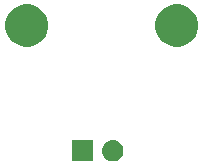
<source format=gbr>
G04 #@! TF.GenerationSoftware,KiCad,Pcbnew,(5.1.2-1)-1*
G04 #@! TF.CreationDate,2019-11-08T10:28:15-05:00*
G04 #@! TF.ProjectId,flow_rate,666c6f77-5f72-4617-9465-2e6b69636164,rev?*
G04 #@! TF.SameCoordinates,Original*
G04 #@! TF.FileFunction,Soldermask,Bot*
G04 #@! TF.FilePolarity,Negative*
%FSLAX46Y46*%
G04 Gerber Fmt 4.6, Leading zero omitted, Abs format (unit mm)*
G04 Created by KiCad (PCBNEW (5.1.2-1)-1) date 2019-11-08 10:28:15*
%MOMM*%
%LPD*%
G04 APERTURE LIST*
%ADD10C,0.100000*%
G04 APERTURE END LIST*
D10*
G36*
X210676442Y-50667518D02*
G01*
X210742627Y-50674037D01*
X210912466Y-50725557D01*
X211068991Y-50809222D01*
X211104729Y-50838552D01*
X211206186Y-50921814D01*
X211289448Y-51023271D01*
X211318778Y-51059009D01*
X211402443Y-51215534D01*
X211453963Y-51385373D01*
X211471359Y-51562000D01*
X211453963Y-51738627D01*
X211402443Y-51908466D01*
X211318778Y-52064991D01*
X211289448Y-52100729D01*
X211206186Y-52202186D01*
X211104729Y-52285448D01*
X211068991Y-52314778D01*
X210912466Y-52398443D01*
X210742627Y-52449963D01*
X210676443Y-52456481D01*
X210610260Y-52463000D01*
X210521740Y-52463000D01*
X210455557Y-52456481D01*
X210389373Y-52449963D01*
X210219534Y-52398443D01*
X210063009Y-52314778D01*
X210027271Y-52285448D01*
X209925814Y-52202186D01*
X209842552Y-52100729D01*
X209813222Y-52064991D01*
X209729557Y-51908466D01*
X209678037Y-51738627D01*
X209660641Y-51562000D01*
X209678037Y-51385373D01*
X209729557Y-51215534D01*
X209813222Y-51059009D01*
X209842552Y-51023271D01*
X209925814Y-50921814D01*
X210027271Y-50838552D01*
X210063009Y-50809222D01*
X210219534Y-50725557D01*
X210389373Y-50674037D01*
X210455558Y-50667518D01*
X210521740Y-50661000D01*
X210610260Y-50661000D01*
X210676442Y-50667518D01*
X210676442Y-50667518D01*
G37*
G36*
X208927000Y-52463000D02*
G01*
X207125000Y-52463000D01*
X207125000Y-50661000D01*
X208927000Y-50661000D01*
X208927000Y-52463000D01*
X208927000Y-52463000D01*
G37*
G36*
X216505331Y-39225711D02*
G01*
X216833092Y-39361474D01*
X217128070Y-39558572D01*
X217378928Y-39809430D01*
X217576026Y-40104408D01*
X217711789Y-40432169D01*
X217781000Y-40780116D01*
X217781000Y-41134884D01*
X217711789Y-41482831D01*
X217576026Y-41810592D01*
X217378928Y-42105570D01*
X217128070Y-42356428D01*
X216833092Y-42553526D01*
X216505331Y-42689289D01*
X216157384Y-42758500D01*
X215802616Y-42758500D01*
X215454669Y-42689289D01*
X215126908Y-42553526D01*
X214831930Y-42356428D01*
X214581072Y-42105570D01*
X214383974Y-41810592D01*
X214248211Y-41482831D01*
X214179000Y-41134884D01*
X214179000Y-40780116D01*
X214248211Y-40432169D01*
X214383974Y-40104408D01*
X214581072Y-39809430D01*
X214831930Y-39558572D01*
X215126908Y-39361474D01*
X215454669Y-39225711D01*
X215802616Y-39156500D01*
X216157384Y-39156500D01*
X216505331Y-39225711D01*
X216505331Y-39225711D01*
G37*
G36*
X203805331Y-39225711D02*
G01*
X204133092Y-39361474D01*
X204428070Y-39558572D01*
X204678928Y-39809430D01*
X204876026Y-40104408D01*
X205011789Y-40432169D01*
X205081000Y-40780116D01*
X205081000Y-41134884D01*
X205011789Y-41482831D01*
X204876026Y-41810592D01*
X204678928Y-42105570D01*
X204428070Y-42356428D01*
X204133092Y-42553526D01*
X203805331Y-42689289D01*
X203457384Y-42758500D01*
X203102616Y-42758500D01*
X202754669Y-42689289D01*
X202426908Y-42553526D01*
X202131930Y-42356428D01*
X201881072Y-42105570D01*
X201683974Y-41810592D01*
X201548211Y-41482831D01*
X201479000Y-41134884D01*
X201479000Y-40780116D01*
X201548211Y-40432169D01*
X201683974Y-40104408D01*
X201881072Y-39809430D01*
X202131930Y-39558572D01*
X202426908Y-39361474D01*
X202754669Y-39225711D01*
X203102616Y-39156500D01*
X203457384Y-39156500D01*
X203805331Y-39225711D01*
X203805331Y-39225711D01*
G37*
M02*

</source>
